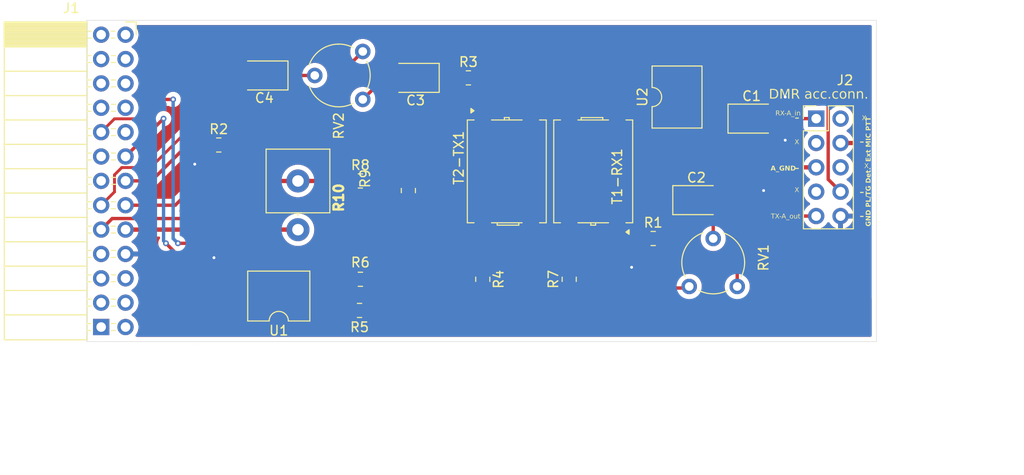
<source format=kicad_pcb>
(kicad_pcb (version 20241229) (generator "pcbnew") (generator_version "9.0")
  (title_block (title "DMR Mobile Radio to Tetra MTM5400 GW-Interface") (date "2026-01-31") (rev "V 2.0 SMD"))
  (layers (0 "F.Cu" signal) (2 "B.Cu" signal) (13 "F.Paste" user) (15 "B.Paste" user) (5 "F.SilkS" user "F.Silkscreen") (7 "B.SilkS" user "B.Silkscreen") (1 "F.Mask" user) (3 "B.Mask" user) (25 "Edge.Cuts" user))
  (net 0 "")
  (net 1 "Net-(J1-Pin_9)")
  (net 2 "Net-(J1-Pin_10)")
  (net 3 "Net-(C1-Pad1)")
  (net 4 "Net-(J2-Pin_1)")
  (net 5 "Net-(C2-Pad1)")
  (net 6 "Net-(C2-Pad2)")
  (net 7 "Net-(C3-Pad2)")
  (net 8 "Net-(C3-Pad1)")
  (net 9 "Net-(C4-Pad1)")
  (net 10 "Net-(J1-TX_Audio)")
  (net 15 "GNDA")
  (net 24 "GND")
  (net 29 "Net-(J1-GND_MIC)")
  (net 30 "Net-(J1-RX_Audio)")
  (net 33 "Net-(J1-PTT)")
  (net 36 "Net-(J2-Pin_4)")
  (net 38 "GNDS")
  (net 40 "Net-(J2-Pin_9)")
  (net 41 "Net-(J2-Pin_8)")
  (net 42 "Net-(R1-Pad1)")
  (net 43 "Net-(R2-Pad2)")
  (net 44 "Net-(R3-Pad2)")
  (net 45 "Net-(R4-Pad1)")
  (net 46 "Net-(R5-Pad1)")
  (net 47 "Net-(R7-Pad1)")
  (net 48 "Net-(R8-Pad2)")
  (footprint "Potentiometer_THT:Potentiometer_Piher_PT-6-V_Vertical" (layer "F.Cu") (at 97.25 82.5 180)
    (property "Reference" "RV2" (at 2.5 -7.75 90) (layer "F.SilkS"))
    (property "Value" "10K" (hide yes))
    (fp_arc (start 5.591846 -1.435392) (mid 4.398899 0.162158) (end 2.5 0.77) (stroke (width 0.12)) (layer "F.SilkS"))
    (fp_arc (start 2.556863 0.770075) (mid 1.764071 0.686696) (end 1.015 0.414) (stroke (width 0.12)) (layer "F.SilkS"))
    (fp_arc (start 1.016032 -5.413829) (mid 3.725524 -5.531609) (end 5.592 -3.564) (stroke (width 0.12)) (layer "F.SilkS"))
    (fp_arc (start -0.413387 -1.014798) (mid -0.770114 -2.499325) (end -0.414 -3.984) (stroke (width 0.12)) (layer "F.SilkS"))
    (pad "1" thru_hole circle (at 0 0 180) (size 1.62 1.62) (drill 0.9) (layers "*.Cu" "*.Mask") (net 15 "GNDA"))
    (pad "2" thru_hole circle (at 5 -2.5 180) (size 1.62 1.62) (drill 0.9) (layers "*.Cu" "*.Mask") (net 9 "Net-(C4-Pad1)"))
    (pad "3" thru_hole circle (at 0 -5 180) (size 1.62 1.62) (drill 0.9) (layers "*.Cu" "*.Mask") (net 7 "Net-(C3-Pad2)"))
  )
  (footprint "Capacitor_Tantalum_SMD:CP_EIA-3528-12_Kemet-T" (layer "F.Cu") (at 87 85 180)
    (property "Reference" "C4" (at 0 -2.35 180) (layer "F.SilkS"))
    (property "Value" "4u7/16V" (hide yes))
    (fp_line (start 1.75 -1.51) (end -2.46 -1.51) (stroke (width 0.12)) (layer "F.SilkS"))
    (fp_line (start -2.46 1.51) (end 1.75 1.51) (stroke (width 0.12)) (layer "F.SilkS"))
    (fp_line (start -2.46 -1.51) (end -2.46 1.51) (stroke (width 0.12)) (layer "F.SilkS"))
    (pad "1" smd roundrect (at -1.5375 0 180) (size 1.325 2.35) (layers "F.Cu" "F.Mask" "F.Paste") (roundrect_rratio 0.188679) (net 9 "Net-(C4-Pad1)"))
    (pad "2" smd roundrect (at 1.5375 0 180) (size 1.325 2.35) (layers "F.Cu" "F.Mask" "F.Paste") (roundrect_rratio 0.188679) (net 10 "Net-(J1-TX_Audio)"))
  )
  (footprint "Resistor_SMD:R_0805_2012Metric" (layer "F.Cu") (at 109.75 106.25 -90)
    (property "Reference" "R4" (at 0 -1.65 90) (layer "F.SilkS"))
    (property "Value" "68R" (hide yes))
    (fp_line (start -0.227064 0.735) (end 0.227064 0.735) (stroke (width 0.12)) (layer "F.SilkS"))
    (fp_line (start -0.227064 -0.735) (end 0.227064 -0.735) (stroke (width 0.12)) (layer "F.SilkS"))
    (pad "1" smd roundrect (at -0.9125 0 270) (size 1.025 1.4) (layers "F.Cu" "F.Mask" "F.Paste") (roundrect_rratio 0.243902) (net 45 "Net-(R4-Pad1)"))
    (pad "2" smd roundrect (at 0.9125 0 270) (size 1.025 1.4) (layers "F.Cu" "F.Mask" "F.Paste") (roundrect_rratio 0.243902) (net 40 "Net-(J2-Pin_9)"))
  )
  (footprint "Connector_PinSocket_2.54mm:MTM5400_1" (layer "F.Cu") (at 72.54 80.75)
    (property "Reference" "J1" (at -5.65 -2.77 0) (layer "F.SilkS"))
    (property "Value" "MTM5400 acc.con.")
    (fp_line (start -12.63 -1.33) (end -12.63 31.81) (stroke (width 0.12)) (layer "F.SilkS"))
    (fp_line (start -12.63 -1.33) (end -4 -1.33) (stroke (width 0.12)) (layer "F.SilkS"))
    (fp_line (start -12.63 -1.21) (end -4 -1.21) (stroke (width 0.12)) (layer "F.SilkS"))
    (fp_line (start -12.63 -1.091905) (end -4 -1.091905) (stroke (width 0.12)) (layer "F.SilkS"))
    (fp_line (start -12.63 -0.97381) (end -4 -0.97381) (stroke (width 0.12)) (layer "F.SilkS"))
    (fp_line (start -12.63 -0.855715) (end -4 -0.855715) (stroke (width 0.12)) (layer "F.SilkS"))
    (fp_line (start -12.63 -0.73762) (end -4 -0.73762) (stroke (width 0.12)) (layer "F.SilkS"))
    (fp_line (start -12.63 -0.619525) (end -4 -0.619525) (stroke (width 0.12)) (layer "F.SilkS"))
    (fp_line (start -12.63 -0.50143) (end -4 -0.50143) (stroke (width 0.12)) (layer "F.SilkS"))
    (fp_line (start -12.63 -0.383335) (end -4 -0.383335) (stroke (width 0.12)) (layer "F.SilkS"))
    (fp_line (start -12.63 -0.26524) (end -4 -0.26524) (stroke (width 0.12)) (layer "F.SilkS"))
    (fp_line (start -12.63 -0.147145) (end -4 -0.147145) (stroke (width 0.12)) (layer "F.SilkS"))
    (fp_line (start -12.63 -0.02905) (end -4 -0.02905) (stroke (width 0.12)) (layer "F.SilkS"))
    (fp_line (start -12.63 0.089045) (end -4 0.089045) (stroke (width 0.12)) (layer "F.SilkS"))
    (fp_line (start -12.63 0.20714) (end -4 0.20714) (stroke (width 0.12)) (layer "F.SilkS"))
    (fp_line (start -12.63 0.325235) (end -4 0.325235) (stroke (width 0.12)) (layer "F.SilkS"))
    (fp_line (start -12.63 0.44333) (end -4 0.44333) (stroke (width 0.12)) (layer "F.SilkS"))
    (fp_line (start -12.63 0.561425) (end -4 0.561425) (stroke (width 0.12)) (layer "F.SilkS"))
    (fp_line (start -12.63 0.67952) (end -4 0.67952) (stroke (width 0.12)) (layer "F.SilkS"))
    (fp_line (start -12.63 0.797615) (end -4 0.797615) (stroke (width 0.12)) (layer "F.SilkS"))
    (fp_line (start -12.63 0.91571) (end -4 0.91571) (stroke (width 0.12)) (layer "F.SilkS"))
    (fp_line (start -12.63 1.033805) (end -4 1.033805) (stroke (width 0.12)) (layer "F.SilkS"))
    (fp_line (start -12.63 1.1519) (end -4 1.1519) (stroke (width 0.12)) (layer "F.SilkS"))
    (fp_line (start -12.63 1.27) (end -4 1.27) (stroke (width 0.12)) (layer "F.SilkS"))
    (fp_line (start -12.63 3.81) (end -4 3.81) (stroke (width 0.12)) (layer "F.SilkS"))
    (fp_line (start -12.63 6.35) (end -4 6.35) (stroke (width 0.12)) (layer "F.SilkS"))
    (fp_line (start -12.63 8.89) (end -4 8.89) (stroke (width 0.12)) (layer "F.SilkS"))
    (fp_line (start -12.63 11.43) (end -4 11.43) (stroke (width 0.12)) (layer "F.SilkS"))
    (fp_line (start -12.63 13.97) (end -4 13.97) (stroke (width 0.12)) (layer "F.SilkS"))
    (fp_line (start -12.63 16.51) (end -4 16.51) (stroke (width 0.12)) (layer "F.SilkS"))
    (fp_line (start -12.63 19.05) (end -4 19.05) (stroke (width 0.12)) (layer "F.SilkS"))
    (fp_line (start -12.63 21.59) (end -4 21.59) (stroke (width 0.12)) (layer "F.SilkS"))
    (fp_line (start -12.63 24.13) (end -4 24.13) (stroke (width 0.12)) (layer "F.SilkS"))
    (fp_line (start -12.63 26.67) (end -4 26.67) (stroke (width 0.12)) (layer "F.SilkS"))
    (fp_line (start -12.63 29.21) (end -4 29.21) (stroke (width 0.12)) (layer "F.SilkS"))
    (fp_line (start -12.63 31.81) (end -4 31.81) (stroke (width 0.12)) (layer "F.SilkS"))
    (fp_line (start -4 -1.33) (end -4 31.81) (stroke (width 0.12)) (layer "F.SilkS"))
    (fp_line (start -4 -0.36) (end -3.59 -0.36) (stroke (width 0.12)) (layer "F.SilkS"))
    (fp_line (start -4 0.36) (end -3.59 0.36) (stroke (width 0.12)) (layer "F.SilkS"))
    (fp_line (start -4 2.18) (end -3.59 2.18) (stroke (width 0.12)) (layer "F.SilkS"))
    (fp_line (start -4 2.9) (end -3.59 2.9) (stroke (width 0.12)) (layer "F.SilkS"))
    (fp_line (start -4 4.72) (end -3.59 4.72) (stroke (width 0.12)) (layer "F.SilkS"))
    (fp_line (start -4 5.44) (end -3.59 5.44) (stroke (width 0.12)) (layer "F.SilkS"))
    (fp_line (start -4 7.26) (end -3.59 7.26) (stroke (width 0.12)) (layer "F.SilkS"))
    (fp_line (start -4 7.98) (end -3.59 7.98) (stroke (width 0.12)) (layer "F.SilkS"))
    (fp_line (start -4 9.8) (end -3.59 9.8) (stroke (width 0.12)) (layer "F.SilkS"))
    (fp_line (start -4 10.52) (end -3.59 10.52) (stroke (width 0.12)) (layer "F.SilkS"))
    (fp_line (start -4 12.34) (end -3.59 12.34) (stroke (width 0.12)) (layer "F.SilkS"))
    (fp_line (start -4 13.06) (end -3.59 13.06) (stroke (width 0.12)) (layer "F.SilkS"))
    (fp_line (start -4 14.88) (end -3.59 14.88) (stroke (width 0.12)) (layer "F.SilkS"))
    (fp_line (start -4 15.6) (end -3.59 15.6) (stroke (width 0.12)) (layer "F.SilkS"))
    (fp_line (start -4 17.42) (end -3.59 17.42) (stroke (width 0.12)) (layer "F.SilkS"))
    (fp_line (start -4 18.14) (end -3.59 18.14) (stroke (width 0.12)) (layer "F.SilkS"))
    (fp_line (start -4 19.96) (end -3.59 19.96) (stroke (width 0.12)) (layer "F.SilkS"))
    (fp_line (start -4 20.68) (end -3.59 20.68) (stroke (width 0.12)) (layer "F.SilkS"))
    (fp_line (start -4 22.5) (end -3.59 22.5) (stroke (width 0.12)) (layer "F.SilkS"))
    (fp_line (start -4 23.22) (end -3.59 23.22) (stroke (width 0.12)) (layer "F.SilkS"))
    (fp_line (start -4 25.04) (end -3.59 25.04) (stroke (width 0.12)) (layer "F.SilkS"))
    (fp_line (start -4 25.76) (end -3.59 25.76) (stroke (width 0.12)) (layer "F.SilkS"))
    (fp_line (start -4 27.58) (end -3.59 27.58) (stroke (width 0.12)) (layer "F.SilkS"))
    (fp_line (start -4 28.3) (end -3.59 28.3) (stroke (width 0.12)) (layer "F.SilkS"))
    (fp_line (start -4 30.12) (end -3.59 30.12) (stroke (width 0.12)) (layer "F.SilkS"))
    (fp_line (start -4 30.84) (end -3.59 30.84) (stroke (width 0.12)) (layer "F.SilkS"))
    (fp_line (start -1.49 -0.36) (end -1.11 -0.36) (stroke (width 0.12)) (layer "F.SilkS"))
    (fp_line (start -1.49 0.36) (end -1.11 0.36) (stroke (width 0.12)) (layer "F.SilkS"))
    (fp_line (start -1.49 2.18) (end -1.05 2.18) (stroke (width 0.12)) (layer "F.SilkS"))
    (fp_line (start -1.49 2.9) (end -1.05 2.9) (stroke (width 0.12)) (layer "F.SilkS"))
    (fp_line (start -1.49 4.72) (end -1.05 4.72) (stroke (width 0.12)) (layer "F.SilkS"))
    (fp_line (start -1.49 5.44) (end -1.05 5.44) (stroke (width 0.12)) (layer "F.SilkS"))
    (fp_line (start -1.49 7.26) (end -1.05 7.26) (stroke (width 0.12)) (layer "F.SilkS"))
    (fp_line (start -1.49 7.98) (end -1.05 7.98) (stroke (width 0.12)) (layer "F.SilkS"))
    (fp_line (start -1.49 9.8) (end -1.05 9.8) (stroke (width 0.12)) (layer "F.SilkS"))
    (fp_line (start -1.49 10.52) (end -1.05 10.52) (stroke (width 0.12)) (layer "F.SilkS"))
    (fp_line (start -1.49 12.34) (end -1.05 12.34) (stroke (width 0.12)) (layer "F.SilkS"))
    (fp_line (start -1.49 13.06) (end -1.05 13.06) (stroke (width 0.12)) (layer "F.SilkS"))
    (fp_line (start -1.49 14.88) (end -1.05 14.88) (stroke (width 0.12)) (layer "F.SilkS"))
    (fp_line (start -1.49 15.6) (end -1.05 15.6) (stroke (width 0.12)) (layer "F.SilkS"))
    (fp_line (start -1.49 17.42) (end -1.05 17.42) (stroke (width 0.12)) (layer "F.SilkS"))
    (fp_line (start -1.49 18.14) (end -1.05 18.14) (stroke (width 0.12)) (layer "F.SilkS"))
    (fp_line (start -1.49 19.96) (end -1.05 19.96) (stroke (width 0.12)) (layer "F.SilkS"))
    (fp_line (start -1.49 20.68) (end -1.05 20.68) (stroke (width 0.12)) (layer "F.SilkS"))
    (fp_line (start -1.49 22.5) (end -1.05 22.5) (stroke (width 0.12)) (layer "F.SilkS"))
    (fp_line (start -1.49 23.22) (end -1.05 23.22) (stroke (width 0.12)) (layer "F.SilkS"))
    (fp_line (start -1.49 25.04) (end -1.05 25.04) (stroke (width 0.12)) (layer "F.SilkS"))
    (fp_line (start -1.49 25.76) (end -1.05 25.76) (stroke (width 0.12)) (layer "F.SilkS"))
    (fp_line (start -1.49 27.58) (end -1.05 27.58) (stroke (width 0.12)) (layer "F.SilkS"))
    (fp_line (start -1.49 28.3) (end -1.05 28.3) (stroke (width 0.12)) (layer "F.SilkS"))
    (fp_line (start -1.49 30.12) (end -1.05 30.12) (stroke (width 0.12)) (layer "F.SilkS"))
    (fp_line (start -1.49 30.84) (end -1.05 30.84) (stroke (width 0.12)) (layer "F.SilkS"))
    (fp_line (start 0 -1.33) (end 1.11 -1.33) (stroke (width 0.12)) (layer "F.SilkS"))
    (fp_line (start 1.11 -1.33) (end 1.11 0) (stroke (width 0.12)) (layer "F.SilkS"))
    (pad "1" thru_hole rect (at -2.54 30.48) (size 1.7 1.7) (drill 1) (layers "*.Cu" "*.Mask"))
    (pad "2" thru_hole oval (at 0 30.48) (size 1.7 1.7) (drill 1) (layers "*.Cu" "*.Mask"))
    (pad "3" thru_hole oval (at -2.54 27.94) (size 1.7 1.7) (drill 1) (layers "*.Cu" "*.Mask"))
    (pad "4" thru_hole oval (at 0 27.94) (size 1.7 1.7) (drill 1) (layers "*.Cu" "*.Mask"))
    (pad "5" thru_hole oval (at -2.54 25.4) (size 1.7 1.7) (drill 1) (layers "*.Cu" "*.Mask"))
    (pad "6" thru_hole oval (at 0 25.4) (size 1.7 1.7) (drill 1) (layers "*.Cu" "*.Mask"))
    (pad "7" thru_hole oval (at -2.54 22.86) (size 1.7 1.7) (drill 1) (layers "*.Cu" "*.Mask"))
    (pad "8" thru_hole oval (at 0 22.86) (size 1.7 1.7) (drill 1) (layers "*.Cu" "*.Mask") (net 24 "GND"))
    (pad "9" thru_hole oval (at -2.54 20.32) (size 1.7 1.7) (drill 1) (layers "*.Cu" "*.Mask") (net 1 "Net-(J1-Pin_9)"))
    (pad "10" thru_hole oval (at 0 20.32) (size 1.7 1.7) (drill 1) (layers "*.Cu" "*.Mask") (net 2 "Net-(J1-Pin_10)"))
    (pad "11" thru_hole oval (at -2.54 17.78) (size 1.7 1.7) (drill 1) (layers "*.Cu" "*.Mask") (net 10 "Net-(J1-TX_Audio)"))
    (pad "12" thru_hole oval (at 0 17.78) (size 1.7 1.7) (drill 1) (layers "*.Cu" "*.Mask") (net 15 "GNDA"))
    (pad "13" thru_hole oval (at -2.54 15.24) (size 1.7 1.7) (drill 1) (layers "*.Cu" "*.Mask"))
    (pad "14" thru_hole oval (at 0 15.24) (size 1.7 1.7) (drill 1) (layers "*.Cu" "*.Mask") (net 30 "Net-(J1-RX_Audio)"))
    (pad "15" thru_hole oval (at -2.54 12.7) (size 1.7 1.7) (drill 1) (layers "*.Cu" "*.Mask"))
    (pad "16" thru_hole oval (at 0 12.7) (size 1.7 1.7) (drill 1) (layers "*.Cu" "*.Mask") (net 29 "Net-(J1-GND_MIC)"))
    (pad "17" thru_hole oval (at -2.54 10.16) (size 1.7 1.7) (drill 1) (layers "*.Cu" "*.Mask") (net 33 "Net-(J1-PTT)"))
    (pad "18" thru_hole oval (at 0 10.16) (size 1.7 1.7) (drill 1) (layers "*.Cu" "*.Mask"))
    (pad "19" thru_hole oval (at -2.54 7.62) (size 1.7 1.7) (drill 1) (layers "*.Cu" "*.Mask"))
    (pad "20" thru_hole oval (at 0 7.62) (size 1.7 1.7) (drill 1) (layers "*.Cu" "*.Mask"))
    (pad "21" thru_hole oval (at -2.54 5.08) (size 1.7 1.7) (drill 1) (layers "*.Cu" "*.Mask"))
    (pad "22" thru_hole oval (at 0 5.08) (size 1.7 1.7) (drill 1) (layers "*.Cu" "*.Mask"))
    (pad "23" thru_hole oval (at -2.54 2.54) (size 1.7 1.7) (drill 1) (layers "*.Cu" "*.Mask"))
    (pad "24" thru_hole oval (at 0 2.54) (size 1.7 1.7) (drill 1) (layers "*.Cu" "*.Mask"))
    (pad "25" thru_hole oval (at -2.54 0) (size 1.7 1.7) (drill 1) (layers "*.Cu" "*.Mask"))
    (pad "26" thru_hole oval (at 0 0) (size 1.7 1.7) (drill 1) (layers "*.Cu" "*.Mask"))
  )
  (footprint "Capacitor_Tantalum_SMD:CP_EIA-3528-12_Kemet-T" (layer "F.Cu") (at 137.75 89.5)
    (property "Reference" "C1" (at 0 -2.35 0) (layer "F.SilkS"))
    (property "Value" "4u7/16V" (hide yes))
    (fp_line (start -2.46 -1.51) (end -2.46 1.51) (stroke (width 0.12)) (layer "F.SilkS"))
    (fp_line (start -2.46 1.51) (end 1.75 1.51) (stroke (width 0.12)) (layer "F.SilkS"))
    (fp_line (start 1.75 -1.51) (end -2.46 -1.51) (stroke (width 0.12)) (layer "F.SilkS"))
    (pad "1" smd roundrect (at -1.5375 0) (size 1.325 2.35) (layers "F.Cu" "F.Mask" "F.Paste") (roundrect_rratio 0.188679) (net 3 "Net-(C1-Pad1)"))
    (pad "2" smd roundrect (at 1.5375 0) (size 1.325 2.35) (layers "F.Cu" "F.Mask" "F.Paste") (roundrect_rratio 0.188679) (net 4 "Net-(J2-Pin_1)"))
  )
  (footprint "Resistor_SMD:R_0805_2012Metric" (layer "F.Cu") (at 102 97 90)
    (property "Reference" "R9" (at 1.25 -4.5 90) (layer "F.SilkS"))
    (property "Value" "10K" (hide yes))
    (fp_line (start -0.227064 -0.735) (end 0.227064 -0.735) (stroke (width 0.12)) (layer "F.SilkS"))
    (fp_line (start -0.227064 0.735) (end 0.227064 0.735) (stroke (width 0.12)) (layer "F.SilkS"))
    (pad "1" smd roundrect (at -0.9125 0 90) (size 1.025 1.4) (layers "F.Cu" "F.Mask" "F.Paste") (roundrect_rratio 0.243902) (net 24 "GND"))
    (pad "2" smd roundrect (at 0.9125 0 90) (size 1.025 1.4) (layers "F.Cu" "F.Mask" "F.Paste") (roundrect_rratio 0.243902) (net 48 "Net-(R8-Pad2)"))
  )
  (footprint "Package_DIP:SMDIP-4_W9.53mm" (layer "F.Cu") (at 129.98 87.25 90)
    (property "Reference" "U2" (at 0 -3.6 90) (layer "F.SilkS"))
    (property "Value" "LTV-817S" (hide yes))
    (fp_line (start 3.235 -2.6) (end 1 -2.6) (stroke (width 0.12)) (layer "F.SilkS"))
    (fp_line (start -1 -2.6) (end -3.235 -2.6) (stroke (width 0.12)) (layer "F.SilkS"))
    (fp_line (start -3.235 -2.6) (end -3.235 2.6) (stroke (width 0.12)) (layer "F.SilkS"))
    (fp_line (start 3.235 2.6) (end 3.235 -2.6) (stroke (width 0.12)) (layer "F.SilkS"))
    (fp_line (start -3.235 2.6) (end 3.235 2.6) (stroke (width 0.12)) (layer "F.SilkS"))
    (fp_arc (start 1 -2.6) (mid 0 -1.6) (end -1 -2.6) (stroke (width 0.12)) (layer "F.SilkS"))
    (pad "1" smd roundrect (at -4.765 -1.27 90) (size 2 1.78) (layers "F.Cu" "F.Mask" "F.Paste") (roundrect_rratio 0.140449) (net 48 "Net-(R8-Pad2)"))
    (pad "2" smd roundrect (at -4.765 1.27 90) (size 2 1.78) (layers "F.Cu" "F.Mask" "F.Paste") (roundrect_rratio 0.140449) (net 24 "GND"))
    (pad "3" smd roundrect (at 4.765 1.27 90) (size 2 1.78) (layers "F.Cu" "F.Mask" "F.Paste") (roundrect_rratio 0.140449) (net 24 "GND"))
    (pad "4" smd roundrect (at 4.765 -1.27 90) (size 2 1.78) (layers "F.Cu" "F.Mask" "F.Paste") (roundrect_rratio 0.140449) (net 41 "Net-(J2-Pin_8)"))
  )
  (footprint "Resistor_SMD:R_0805_2012Metric" (layer "F.Cu") (at 96.9125 109.5)
    (property "Reference" "R5" (at 0 1.75 0) (layer "F.SilkS"))
    (property "Value" "330R" (hide yes))
    (fp_line (start -0.227064 -0.735) (end 0.227064 -0.735) (stroke (width 0.12)) (layer "F.SilkS"))
    (fp_line (start -0.227064 0.735) (end 0.227064 0.735) (stroke (width 0.12)) (layer "F.SilkS"))
    (pad "1" smd roundrect (at -0.9125 0) (size 1.025 1.4) (layers "F.Cu" "F.Mask" "F.Paste") (roundrect_rratio 0.243902) (net 46 "Net-(R5-Pad1)"))
    (pad "2" smd roundrect (at 0.9125 0) (size 1.025 1.4) (layers "F.Cu" "F.Mask" "F.Paste") (roundrect_rratio 0.243902) (net 36 "Net-(J2-Pin_4)"))
  )
  (footprint "Resistor_THT:R_Axial_Power_L20.0mm_W6.4mm_P5.08mm_Vertical" (layer "F.Cu") (at 90.5 96 -90)
    (property "Reference" "4R7/5W1" (hide yes))
    (property "Value" "R10" (at 1.75 -4.25 90) (layer "F.SilkS") (effects (font (thickness 0.25) (bold yes))))
    (fp_line (start -3.32 3.32) (end 3.32 3.32) (stroke (width 0.12)) (layer "F.SilkS"))
    (fp_line (start 3.32 3.32) (end 3.32 -3.32) (stroke (width 0.12)) (layer "F.SilkS"))
    (fp_line (start 3.32 0) (end 3.58 0) (stroke (width 0.12)) (layer "F.SilkS"))
    (fp_line (start -3.32 -3.32) (end -3.32 3.32) (stroke (width 0.12)) (layer "F.SilkS"))
    (fp_line (start 3.32 -3.32) (end -3.32 -3.32) (stroke (width 0.12)) (layer "F.SilkS"))
    (pad "1" thru_hole circle (at 0 0 270) (size 2.4 2.4) (drill 1.2) (layers "*.Cu" "*.Mask") (net 1 "Net-(J1-Pin_9)"))
    (pad "2" thru_hole oval (at 5.08 0 270) (size 2.4 2.4) (drill 1.2) (layers "*.Cu" "*.Mask") (net 2 "Net-(J1-Pin_10)"))
  )
  (footprint "Resistor_SMD:R_0805_2012Metric" (layer "F.Cu") (at 118.75 106.25 90)
    (property "Reference" "R7" (at 0 -1.65 90) (layer "F.SilkS"))
    (property "Value" "100R" (hide yes))
    (fp_line (start -0.227064 -0.735) (end 0.227064 -0.735) (stroke (width 0.12)) (layer "F.SilkS"))
    (fp_line (start -0.227064 0.735) (end 0.227064 0.735) (stroke (width 0.12)) (layer "F.SilkS"))
    (pad "1" smd roundrect (at -0.9125 0 90) (size 1.025 1.4) (layers "F.Cu" "F.Mask" "F.Paste") (roundrect_rratio 0.243902) (net 47 "Net-(R7-Pad1)"))
    (pad "2" smd roundrect (at 0.9125 0 90) (size 1.025 1.4) (layers "F.Cu" "F.Mask" "F.Paste") (roundrect_rratio 0.243902) (net 38 "GNDS"))
  )
  (footprint "Capacitor_Tantalum_SMD:CP_EIA-3528-12_Kemet-T" (layer "F.Cu") (at 132 98)
    (property "Reference" "C2" (at 0 -2.35 0) (layer "F.SilkS"))
    (property "Value" "4u7/16V" (hide yes))
    (fp_line (start -2.46 -1.51) (end -2.46 1.51) (stroke (width 0.12)) (layer "F.SilkS"))
    (fp_line (start -2.46 1.51) (end 1.75 1.51) (stroke (width 0.12)) (layer "F.SilkS"))
    (fp_line (start 1.75 -1.51) (end -2.46 -1.51) (stroke (width 0.12)) (layer "F.SilkS"))
    (pad "1" smd roundrect (at -1.5375 0) (size 1.325 2.35) (layers "F.Cu" "F.Mask" "F.Paste") (roundrect_rratio 0.188679) (net 5 "Net-(C2-Pad1)"))
    (pad "2" smd roundrect (at 1.5375 0) (size 1.325 2.35) (layers "F.Cu" "F.Mask" "F.Paste") (roundrect_rratio 0.188679) (net 6 "Net-(C2-Pad2)"))
  )
  (footprint "Transformer_SMD:Transformer_ED8_4-Lead_10.5x8mm_P5mm" (layer "F.Cu") (at 121.25 95 180)
    (property "Reference" "T1-RX1" (at -2.5 2.5 90) (layer "F.SilkS") (effects (justify right)))
    (property "Value" "600ohm 1:1" (hide yes))
    (fp_line (start 4.11 5.36) (end 4.11 -5.36) (stroke (width 0.12)) (layer "F.SilkS"))
    (fp_line (start 4.11 -5.36) (end 3.41 -5.36) (stroke (width 0.12)) (layer "F.SilkS"))
    (fp_line (start 3.41 5.36) (end 4.11 5.36) (stroke (width 0.12)) (layer "F.SilkS"))
    (fp_line (start 1.59 5.36) (end -1.59 5.36) (stroke (width 0.12)) (layer "F.SilkS"))
    (fp_line (start 1.59 -5.36) (end -1.59 -5.36) (stroke (width 0.12)) (layer "F.SilkS"))
    (fp_line (start 1.25 5.61) (end -1 5.61) (stroke (width 0.12)) (layer "F.SilkS"))
    (fp_line (start 1.25 5.36) (end 1.25 5.61) (stroke (width 0.12)) (layer "F.SilkS"))
    (fp_line (start 0.25 -5.36) (end 0.25 -5.61) (stroke (width 0.12)) (layer "F.SilkS"))
    (fp_line (start 0.25 -5.61) (end -0.25 -5.61) (stroke (width 0.12)) (layer "F.SilkS"))
    (fp_line (start -0.25 -5.61) (end -0.25 -5.36) (stroke (width 0.12)) (layer "F.SilkS"))
    (fp_line (start -1 5.61) (end -1 5.36) (stroke (width 0.12)) (layer "F.SilkS"))
    (fp_line (start -3.41 5.36) (end -4.11 5.36) (stroke (width 0.12)) (layer "F.SilkS"))
    (fp_line (start -4.11 5.36) (end -4.11 -5.36) (stroke (width 0.12)) (layer "F.SilkS"))
    (fp_line (start -4.11 -5.36) (end -3.41 -5.36) (stroke (width 0.12)) (layer "F.SilkS"))
    (fp_poly (pts (xy -3.41 -6.3246) (xy -3.74 -6.0846) (xy -3.74 -6.5646) (xy -3.41 -6.3246)) (stroke (width 0.12)) (fill yes) (layer "F.SilkS"))
    (pad "1" smd roundrect (at -2.5 -6.325) (size 1.25 2.55) (layers "F.Cu" "F.Mask" "F.Paste") (net 42 "Net-(R1-Pad1)"))
    (pad "2" smd roundrect (at 2.5 -6.325) (size 1.25 2.55) (layers "F.Cu" "F.Mask" "F.Paste") (net 38 "GNDS"))
    (pad "3" smd roundrect (at 2.5 6.325) (size 1.25 2.55) (layers "F.Cu" "F.Mask" "F.Paste") (net 15 "GNDA"))
    (pad "4" smd roundrect (at -2.5 6.325) (size 1.25 2.55) (layers "F.Cu" "F.Mask" "F.Paste") (net 43 "Net-(R2-Pad2)"))
  )
  (footprint "Resistor_SMD:R_0805_2012Metric" (layer "F.Cu") (at 97 96)
    (property "Reference" "R8" (at 0 -1.65 0) (layer "F.SilkS"))
    (property "Value" "330R" (hide yes))
    (fp_line (start -0.227064 -0.735) (end 0.227064 -0.735) (stroke (width 0.12)) (layer "F.SilkS"))
    (fp_line (start -0.227064 0.735) (end 0.227064 0.735) (stroke (width 0.12)) (layer "F.SilkS"))
    (pad "1" smd roundrect (at -0.9125 0) (size 1.025 1.4) (layers "F.Cu" "F.Mask" "F.Paste") (roundrect_rratio 0.243902) (net 1 "Net-(J1-Pin_9)"))
    (pad "2" smd roundrect (at 0.9125 0) (size 1.025 1.4) (layers "F.Cu" "F.Mask" "F.Paste") (roundrect_rratio 0.243902) (net 48 "Net-(R8-Pad2)"))
  )
  (footprint "Transformer_SMD:Transformer_ED8_4-Lead_10.5x8mm_P5mm" (layer "F.Cu") (at 112.25 95)
    (property "Reference" "T2-TX1" (at -5 1.5 90) (layer "F.SilkS") (effects (justify left)))
    (property "Value" "600ohm 1:1" (hide yes))
    (fp_line (start -4.11 -5.36) (end -3.41 -5.36) (stroke (width 0.12)) (layer "F.SilkS"))
    (fp_line (start -4.11 5.36) (end -4.11 -5.36) (stroke (width 0.12)) (layer "F.SilkS"))
    (fp_line (start -3.41 5.36) (end -4.11 5.36) (stroke (width 0.12)) (layer "F.SilkS"))
    (fp_line (start -1 5.61) (end -1 5.36) (stroke (width 0.12)) (layer "F.SilkS"))
    (fp_line (start -0.25 -5.61) (end -0.25 -5.36) (stroke (width 0.12)) (layer "F.SilkS"))
    (fp_line (start 0.25 -5.61) (end -0.25 -5.61) (stroke (width 0.12)) (layer "F.SilkS"))
    (fp_line (start 0.25 -5.36) (end 0.25 -5.61) (stroke (width 0.12)) (layer "F.SilkS"))
    (fp_line (start 1.25 5.36) (end 1.25 5.61) (stroke (width 0.12)) (layer "F.SilkS"))
    (fp_line (start 1.25 5.61) (end -1 5.61) (stroke (width 0.12)) (layer "F.SilkS"))
    (fp_line (start 1.59 -5.36) (end -1.59 -5.36) (stroke (width 0.12)) (layer "F.SilkS"))
    (fp_line (start 1.59 5.36) (end -1.59 5.36) (stroke (width 0.12)) (layer "F.SilkS"))
    (fp_line (start 3.41 5.36) (end 4.11 5.36) (stroke (width 0.12)) (layer "F.SilkS"))
    (fp_line (start 4.11 -5.36) (end 3.41 -5.36) (stroke (width 0.12)) (layer "F.SilkS"))
    (fp_line (start 4.11 5.36) (end 4.11 -5.36) (stroke (width 0.12)) (layer "F.SilkS"))
    (fp_poly (pts (xy -3.41 -6.3246) (xy -3.74 -6.0846) (xy -3.74 -6.5646) (xy -3.41 -6.3246)) (stroke (width 0.12)) (fill yes) (layer "F.SilkS"))
    (pad "1" smd roundrect (at -2.5 -6.325 180) (size 1.25 2.55) (layers "F.Cu" "F.Mask" "F.Paste") (net 44 "Net-(R3-Pad2)"))
    (pad "2" smd roundrect (at 2.5 -6.325 180) (size 1.25 2.55) (layers "F.Cu" "F.Mask" "F.Paste") (net 15 "GNDA"))
    (pad "3" smd roundrect (at 2.5 6.325 180) (size 1.25 2.55) (layers "F.Cu" "F.Mask" "F.Paste") (net 38 "GNDS"))
    (pad "4" smd roundrect (at -2.5 6.325 180) (size 1.25 2.55) (layers "F.Cu" "F.Mask" "F.Paste") (net 45 "Net-(R4-Pad1)"))
  )
  (footprint "Resistor_SMD:R_0805_2012Metric" (layer "F.Cu") (at 127.5 102)
    (property "Reference" "R1" (at 0 -1.65 0) (layer "F.SilkS"))
    (property "Value" "68R" (hide yes))
    (fp_line (start -0.227064 -0.735) (end 0.227064 -0.735) (stroke (width 0.12)) (layer "F.SilkS"))
    (fp_line (start -0.227064 0.735) (end 0.227064 0.735) (stroke (width 0.12)) (layer "F.SilkS"))
    (pad "1" smd roundrect (at -0.9125 0) (size 1.025 1.4) (layers "F.Cu" "F.Mask" "F.Paste") (roundrect_rratio 0.243902) (net 42 "Net-(R1-Pad1)"))
    (pad "2" smd roundrect (at 0.9125 0) (size 1.025 1.4) (layers "F.Cu" "F.Mask" "F.Paste") (roundrect_rratio 0.243902) (net 5 "Net-(C2-Pad1)"))
  )
  (footprint "Package_DIP:SMDIP-4_W9.53mm" (layer "F.Cu") (at 88.5 108 180)
    (property "Reference" "U1" (at 0 -3.6 0) (layer "F.SilkS"))
    (property "Value" "LTV-817S" (hide yes))
    (fp_line (start 3.235 2.6) (end 3.235 -2.6) (stroke (width 0.12)) (layer "F.SilkS"))
    (fp_line (start 3.235 -2.6) (end 1 -2.6) (stroke (width 0.12)) (layer "F.SilkS"))
    (fp_line (start -1 -2.6) (end -3.235 -2.6) (stroke (width 0.12)) (layer "F.SilkS"))
    (fp_line (start -3.235 2.6) (end 3.235 2.6) (stroke (width 0.12)) (layer "F.SilkS"))
    (fp_line (start -3.235 -2.6) (end -3.235 2.6) (stroke (width 0.12)) (layer "F.SilkS"))
    (fp_arc (start 1 -2.6) (mid 0 -1.6) (end -1 -2.6) (stroke (width 0.12)) (layer "F.SilkS"))
    (pad "1" smd roundrect (at -4.765 -1.27 180) (size 2 1.78) (layers "F.Cu" "F.Mask" "F.Paste") (roundrect_rratio 0.140449) (net 46 "Net-(R5-Pad1)"))
    (pad "2" smd roundrect (at -4.765 1.27 180) (size 2 1.78) (layers "F.Cu" "F.Mask" "F.Paste") (roundrect_rratio 0.140449) (net 24 "GND"))
    (pad "3" smd roundrect (at 4.765 1.27 180) (size 2 1.78) (layers "F.Cu" "F.Mask" "F.Paste") (roundrect_rratio 0.140449) (net 29 "Net-(J1-GND_MIC)"))
    (pad "4" smd roundrect (at 4.765 -1.27 180) (size 2 1.78) (layers "F.Cu" "F.Mask" "F.Paste") (roundrect_rratio 0.140449) (net 33 "Net-(J1-PTT)"))
  )
  (footprint "Resistor_SMD:R_0805_2012Metric" (layer "F.Cu") (at 97 106.25 180)
    (property "Reference" "R6" (at 0 1.75 0) (layer "F.SilkS"))
    (property "Value" "10K" (hide yes))
    (fp_line (start -0.227064 0.735) (end 0.227064 0.735) (stroke (width 0.12)) (layer "F.SilkS"))
    (fp_line (start -0.227064 -0.735) (end 0.227064 -0.735) (stroke (width 0.12)) (layer "F.SilkS"))
    (pad "1" smd roundrect (at -0.9125 0 180) (size 1.025 1.4) (layers "F.Cu" "F.Mask" "F.Paste") (roundrect_rratio 0.243902) (net 24 "GND"))
    (pad "2" smd roundrect (at 0.9125 0 180) (size 1.025 1.4) (layers "F.Cu" "F.Mask" "F.Paste") (roundrect_rratio 0.243902) (net 46 "Net-(R5-Pad1)"))
  )
  (footprint "Resistor_SMD:R_0805_2012Metric" (layer "F.Cu") (at 82.25 92.25)
    (property "Reference" "R2" (at 0 -1.65 0) (layer "F.SilkS"))
    (property "Value" "68R" (hide yes))
    (fp_line (start -0.227064 -0.735) (end 0.227064 -0.735) (stroke (width 0.12)) (layer "F.SilkS"))
    (fp_line (start -0.227064 0.735) (end 0.227064 0.735) (stroke (width 0.12)) (layer "F.SilkS"))
    (pad "1" smd roundrect (at -0.9125 0) (size 1.025 1.4) (layers "F.Cu" "F.Mask" "F.Paste") (roundrect_rratio 0.243902) (net 30 "Net-(J1-RX_Audio)"))
    (pad "2" smd roundrect (at 0.9125 0) (size 1.025 1.4) (layers "F.Cu" "F.Mask" "F.Paste") (roundrect_rratio 0.243902) (net 43 "Net-(R2-Pad2)"))
  )
  (footprint "Connector_PinHeader_2.54mm:PinHeader_2x05_P2.54mm_Vertical" (layer "F.Cu") (at 144.475 89.5)
    (property "Reference" "J2" (at 3 -4 0) (layer "F.SilkS"))
    (property "Value" "DMR acc.conn." (at 0.25 -2.5 0) (layer "F.SilkS"))
    (fp_line (start -1.33 -1.33) (end 0 -1.33) (stroke (width 0.12)) (layer "F.SilkS"))
    (fp_line (start -1.33 0) (end -1.33 -1.33) (stroke (width 0.12)) (layer "F.SilkS"))
    (fp_line (start -1.33 1.27) (end -1.33 11.49) (stroke (width 0.12)) (layer "F.SilkS"))
    (fp_line (start -1.33 1.27) (end 1.27 1.27) (stroke (width 0.12)) (layer "F.SilkS"))
    (fp_line (start -1.33 11.49) (end 3.87 11.49) (stroke (width 0.12)) (layer "F.SilkS"))
    (fp_line (start 1.27 -1.33) (end 3.87 -1.33) (stroke (width 0.12)) (layer "F.SilkS"))
    (fp_line (start 1.27 1.27) (end 1.27 -1.33) (stroke (width 0.12)) (layer "F.SilkS"))
    (fp_line (start 3.87 -1.33) (end 3.87 11.49) (stroke (width 0.12)) (layer "F.SilkS"))
    (pad "1" thru_hole rect (at 0 0) (size 1.7 1.7) (drill 1) (layers "*.Cu" "*.Mask") (net 4 "Net-(J2-Pin_1)"))
    (pad "2" thru_hole oval (at 2.54 0) (size 1.7 1.7) (drill 1) (layers "*.Cu" "*.Mask"))
    (pad "3" thru_hole oval (at 0 2.54) (size 1.7 1.7) (drill 1) (layers "*.Cu" "*.Mask"))
    (pad "4" thru_hole oval (at 2.54 2.54) (size 1.7 1.7) (drill 1) (layers "*.Cu" "*.Mask") (net 36 "Net-(J2-Pin_4)"))
    (pad "5" thru_hole oval (at 0 5.08) (size 1.7 1.7) (drill 1) (layers "*.Cu" "*.Mask") (net 38 "GNDS"))
    (pad "6" thru_hole oval (at 2.54 5.08) (size 1.7 1.7) (drill 1) (layers "*.Cu" "*.Mask"))
    (pad "7" thru_hole oval (at 0 7.62) (size 1.7 1.7) (drill 1) (layers "*.Cu" "*.Mask"))
    (pad "8" thru_hole oval (at 2.54 7.62) (size 1.7 1.7) (drill 1) (layers "*.Cu" "*.Mask") (net 41 "Net-(J2-Pin_8)"))
    (pad "9" thru_hole oval (at 0 10.16) (size 1.7 1.7) (drill 1) (layers "*.Cu" "*.Mask") (net 40 "Net-(J2-Pin_9)"))
    (pad "10" thru_hole oval (at 2.54 10.16) (size 1.7 1.7) (drill 1) (layers "*.Cu" "*.Mask") (net 24 "GND"))
  )
  (footprint "Potentiometer_THT:Potentiometer_Piher_PT-6-V_Vertical" (layer "F.Cu") (at 136.25 107 90)
    (property "Reference" "RV1" (at 3 2.75 90) (layer "F.SilkS"))
    (property "Value" "100K" (hide yes))
    (fp_arc (start 1.016032 -5.413829) (mid 3.725524 -5.531609) (end 5.592 -3.564) (stroke (width 0.12)) (layer "F.SilkS"))
    (fp_arc (start 5.591846 -1.435392) (mid 4.398899 0.162158) (end 2.5 0.77) (stroke (width 0.12)) (layer "F.SilkS"))
    (fp_arc (start -0.413387 -1.014798) (mid -0.770114 -2.499325) (end -0.414 -3.984) (stroke (width 0.12)) (layer "F.SilkS"))
    (fp_arc (start 2.556863 0.770075) (mid 1.764071 0.686696) (end 1.015 0.414) (stroke (width 0.12)) (layer "F.SilkS"))
    (pad "1" thru_hole circle (at 0 0 90) (size 1.62 1.62) (drill 0.9) (layers "*.Cu" "*.Mask") (net 3 "Net-(C1-Pad1)"))
    (pad "2" thru_hole circle (at 5 -2.5 90) (size 1.62 1.62) (drill 0.9) (layers "*.Cu" "*.Mask") (net 6 "Net-(C2-Pad2)"))
    (pad "3" thru_hole circle (at 0 -5 90) (size 1.62 1.62) (drill 0.9) (layers "*.Cu" "*.Mask") (net 47 "Net-(R7-Pad1)"))
  )
  (footprint "Resistor_SMD:R_0805_2012Metric" (layer "F.Cu") (at 108.25 85.25)
    (property "Reference" "R3" (at 0 -1.65 0) (layer "F.SilkS"))
    (property "Value" "68R" (hide yes))
    (fp_line (start -0.227064 -0.735) (end 0.227064 -0.735) (stroke (width 0.12)) (layer "F.SilkS"))
    (fp_line (start -0.227064 0.735) (end 0.227064 0.735) (stroke (width 0.12)) (layer "F.SilkS"))
    (pad "1" smd roundrect (at -0.9125 0) (size 1.025 1.4) (layers "F.Cu" "F.Mask" "F.Paste") (roundrect_rratio 0.243902) (net 8 "Net-(C3-Pad1)"))
    (pad "2" smd roundrect (at 0.9125 0) (size 1.025 1.4) (layers "F.Cu" "F.Mask" "F.Paste") (roundrect_rratio 0.243902) (net 44 "Net-(R3-Pad2)"))
  )
  (footprint "Capacitor_Tantalum_SMD:CP_EIA-3528-12_Kemet-T" (layer "F.Cu") (at 102.75 85.25 180)
    (property "Reference" "C3" (at 0 -2.35 0) (layer "F.SilkS"))
    (property "Value" "4u7/16V" (hide yes))
    (fp_line (start 1.75 -1.51) (end -2.46 -1.51) (stroke (width 0.12)) (layer "F.SilkS"))
    (fp_line (start -2.46 1.51) (end 1.75 1.51) (stroke (width 0.12)) (layer "F.SilkS"))
    (fp_line (start -2.46 -1.51) (end -2.46 1.51) (stroke (width 0.12)) (layer "F.SilkS"))
    (pad "1" smd roundrect (at -1.5375 0 180) (size 1.325 2.35) (layers "F.Cu" "F.Mask" "F.Paste") (roundrect_rratio 0.188679) (net 8 "Net-(C3-Pad1)"))
    (pad "2" smd roundrect (at 1.5375 0 180) (size 1.325 2.35) (layers "F.Cu" "F.Mask" "F.Paste") (roundrect_rratio 0.188679) (net 7 "Net-(C3-Pad2)"))
  )
  (gr_line (start 80 113) (end 80 113) (stroke (width 0.05)) (layer "Edge.Cuts"))
  (gr_line (start 150.75 112.75) (end 80 112.75) (stroke (width 0.05)) (layer "Edge.Cuts"))
  (gr_line (start 80 112.75) (end 68.5 112.75) (stroke (width 0.05)) (layer "Edge.Cuts"))
  (gr_line (start 80 79) (end 80 79) (stroke (width 0.05)) (layer "Edge.Cuts"))
  (gr_line (start 68.5 79.25) (end 80 79.25) (stroke (width 0.05)) (layer "Edge.Cuts"))
  (gr_line (start 80 79.25) (end 150.75 79.25) (stroke (width 0.05)) (layer "Edge.Cuts"))
  (gr_line (start 68.5 112.75) (end 68.5 79.25) (stroke (width 0.05)) (layer "Edge.Cuts"))
  (gr_line (start 150.75 79.25) (end 150.75 112.75) (stroke (width 0.05)) (layer "Edge.Cuts"))
  (gr_text "-" (at 148.975 97.75 0) (layer "F.SilkS") (effects (font (size 1 1) (thickness 0.125)) (justify left bottom)))
  (gr_text "-" (at 148.975 100.25 0) (layer "F.SilkS") (effects (font (size 1 1) (thickness 0.125)) (justify left bottom)))
  (gr_text "X" (at 142.225 97.25 0) (layer "F.SilkS") (effects (font (size 0.5 0.5) (thickness 0.1)) (justify left bottom)))
  (gr_text "RX-A_in" (at 140.225 89.25 0) (layer "F.SilkS") (effects (font (size 0.5 0.5) (thickness 0.1)) (justify left bottom)))
  (gr_text "X" (at 149.225 89.75 0) (layer "F.SilkS") (effects (font (size 0.5 0.5) (thickness 0.1)) (justify left bottom)))
  (gr_text "GND" (at 150.225 100.75 90) (layer "F.SilkS") (effects (font (size 0.5 0.5) (thickness 0.125) (bold yes)) (justify left bottom)))
  (gr_text "-" (at 142.225 95.25 0) (layer "F.SilkS") (effects (font (size 1 1) (thickness 0.125)) (justify left bottom)))
  (gr_text "PL/TG Det." (at 150.225 98.75 90) (layer "F.SilkS") (effects (font (size 0.5 0.5) (thickness 0.125) (bold yes)) (justify left bottom)))
  (gr_text "X" (at 149.475 94.75 0) (layer "F.SilkS") (effects (font (size 0.5 0.5) (thickness 0.1)) (justify left bottom)))
  (gr_text "A_GND" (at 139.725 95 0) (layer "F.SilkS") (effects (font (size 0.5 0.5) (thickness 0.125) (bold yes)) (justify left bottom)))
  (gr_text "TX-A_out" (at 139.75 100 0) (layer "F.SilkS") (effects (font (size 0.5 0.5) (thickness 0.1)) (justify left bottom)))
  (gr_text "-" (at 142.225 90 0) (layer "F.SilkS") (effects (font (size 1 1) (thickness 0.125)) (justify left bottom)))
  (gr_text "X" (at 142.225 92.25 0) (layer "F.SilkS") (effects (font (size 0.5 0.5) (thickness 0.1)) (justify left bottom)))
  (gr_text "-" (at 148.975 92.5 0) (layer "F.SilkS") (effects (font (size 1 1) (thickness 0.125)) (justify left bottom)))
  (gr_text "Ext MIC PTT" (at 150.225 94 90) (layer "F.SilkS") (effects (font (size 0.5 0.5) (thickness 0.125) (bold yes)) (justify left bottom)))
  (segment (start 90.5 96) (end 83.5 96) (width 0.45) (layer "F.Cu") (net 1))
  (segment (start 90.5 96) (end 96.0875 96) (width 0.45) (layer "F.Cu") (net 1))
  (segment (start 71.151 99.919) (end 70 101.07) (width 0.35) (layer "F.Cu") (net 1))
  (segment (start 79.581 99.919) (end 71.151 99.919) (width 0.35) (layer "F.Cu") (net 1))
  (segment (start 83.5 96) (end 79.581 99.919) (width 0.45) (layer "F.Cu") (net 1))
  (segment (start 72.54 101.07) (end 90.49 101.07) (width 0.45) (layer "F.Cu") (net 2))
  (segment (start 90.49 101.07) (end 90.5 101.08) (width 0.2) (layer "F.Cu") (net 2))
  (segment (start 136.25 89.5375) (end 136.2125 89.5) (width 0.2) (layer "F.Cu") (net 3))
  (segment (start 136.25 107) (end 136.25 89.5375) (width 0.35) (layer "F.Cu") (net 3))
  (segment (start 139.2875 89.5) (end 144.475 89.5) (width 0.35) (layer "F.Cu") (net 4))
  (segment (start 128.4125 102) (end 128.4125 100.05) (width 0.35) (layer "F.Cu") (net 5))
  (segment (start 128.4125 100.05) (end 130.4625 98) (width 0.35) (layer "F.Cu") (net 5))
  (segment (start 133.75 102) (end 133.75 98.2125) (width 0.35) (layer "F.Cu") (net 6))
  (segment (start 133.75 98.2125) (end 133.5375 98) (width 0.2) (layer "F.Cu") (net 6))
  (segment (start 97.25 87.5) (end 99.5 85.25) (width 0.35) (layer "F.Cu") (net 7))
  (segment (start 99.5 85.25) (end 101.2125 85.25) (width 0.35) (layer "F.Cu") (net 7))
  (segment (start 104.2875 85.25) (end 107.3375 85.25) (width 0.35) (layer "F.Cu") (net 8))
  (segment (start 92.25 85) (end 88.5375 85) (width 0.35) (layer "F.Cu") (net 9))
  (segment (start 81.75 85) (end 85.4625 85) (width 0.3) (layer "F.Cu") (net 10))
  (segment (start 71.389 97.141) (end 71.389 95.361) (width 0.3) (layer "F.Cu") (net 10))
  (segment (start 81.75 88) (end 81.75 85) (width 0.3) (layer "F.Cu") (net 10))
  (segment (start 75.149 94.601) (end 81.75 88) (width 0.3) (layer "F.Cu") (net 10))
  (segment (start 72.149 94.601) (end 75.149 94.601) (width 0.3) (layer "F.Cu") (net 10))
  (segment (start 71.389 95.361) (end 72.149 94.601) (width 0.3) (layer "F.Cu") (net 10))
  (segment (start 70 98.53) (end 71.389 97.141) (width 0.3) (layer "F.Cu") (net 10))
  (segment (start 94.5 85.25) (end 94.5 90.7498) (width 0.35) (layer "F.Cu") (net 15))
  (segment (start 112.6752 90.7498) (end 103.9998 90.7498) (width 0.35) (layer "F.Cu") (net 15))
  (segment (start 77.72 98.53) (end 82.25 94) (width 0.35) (layer "F.Cu") (net 15))
  (segment (start 97.25 82.5) (end 94.5 85.25) (width 0.35) (layer "F.Cu") (net 15))
  (segment (start 82.25 90.75) (end 84 90.75) (width 0.35) (layer "F.Cu") (net 15))
  (segment (start 82.25 94) (end 82.25 90.75) (width 0.35) (layer "F.Cu") (net 15))
  (segment (start 94.5 90.7498) (end 103.9998 90.7498) (width 0.35) (layer "F.Cu") (net 15))
  (segment (start 114.75 88.675) (end 118.75 88.675) (width 0.35) (layer "F.Cu") (net 15))
  (segment (start 84 90.75) (end 84.0002 90.7498) (width 0.35) (layer "F.Cu") (net 15))
  (segment (start 114.75 88.675) (end 112.6752 90.7498) (width 0.35) (layer "F.Cu") (net 15))
  (segment (start 72.54 98.53) (end 77.72 98.53) (width 0.35) (layer "F.Cu") (net 15))
  (segment (start 84.0002 90.7498) (end 94.5 90.7498) (width 0.35) (layer "F.Cu") (net 15))
  (via (at 141.25 91.75) (size 0.6) (drill 0.3) (layers "F.Cu" "B.Cu") (net 24))
  (via (at 81.75 104) (size 0.6) (drill 0.3) (layers "F.Cu" "B.Cu") (net 24))
  (via (at 79.75 94.25) (size 0.6) (drill 0.3) (layers "F.Cu" "B.Cu") (net 24))
  (via (at 139 97) (size 0.6) (drill 0.3) (layers "F.Cu" "B.Cu") (net 24))
  (via (at 141.25 87.25) (size 0.6) (drill 0.3) (layers "F.Cu" "B.Cu") (net 24))
  (via (at 125.25 105) (size 0.6) (drill 0.3) (layers "F.Cu" "B.Cu") (net 24))
  (segment (start 72.54 93.45) (end 76.49 89.5) (width 0.35) (layer "F.Cu") (net 29))
  (segment (start 80.98 106.73) (end 83.735 106.73) (width 0.35) (layer "F.Cu") (net 29))
  (segment (start 76.75 102.5) (end 80.98 106.73) (width 0.35) (layer "F.Cu") (net 29))
  (segment (start 76.49 89.5) (end 76.5 89.5) (width 0.2) (layer "F.Cu") (net 29))
  (via (at 76.5 89.5) (size 0.6) (drill 0.3) (layers "F.Cu" "B.Cu") (net 29))
  (via (at 76.75 102.5) (size 0.6) (drill 0.3) (layers "F.Cu" "B.Cu") (net 29))
  (segment (start 76.5 89.5) (end 76.5 102.25) (width 0.35) (layer "B.Cu") (net 29))
  (segment (start 76.5 102.25) (end 76.75 102.5) (width 0.2) (layer "B.Cu") (net 29))
  (segment (start 72.54 95.99) (end 75.24 95.99) (width 0.35) (layer "F.Cu") (net 30))
  (segment (start 78.98 92.25) (end 81.3375 92.25) (width 0.35) (layer "F.Cu") (net 30))
  (segment (start 75.24 95.99) (end 78.98 92.25) (width 0.35) (layer "F.Cu") (net 30))
  (segment (start 70 90.91) (end 71.389 89.521) (width 0.3) (layer "F.Cu") (net 33))
  (segment (start 76 87.5) (end 77.5 87.5) (width 0.35) (layer "F.Cu") (net 33))
  (segment (start 87.5 109.25) (end 83.755 109.25) (width 0.35) (layer "F.Cu") (net 33))
  (segment (start 87.5 106) (end 87.5 109.25) (width 0.35) (layer "F.Cu") (net 33))
  (segment (start 73.979 89.521) (end 76 87.5) (width 0.35) (layer "F.Cu") (net 33))
  (segment (start 71.389 89.521) (end 73.979 89.521) (width 0.3) (layer "F.Cu") (net 33))
  (segment (start 84 102.5) (end 87.5 106) (width 0.35) (layer "F.Cu") (net 33))
  (segment (start 78 102.5) (end 84 102.5) (width 0.35) (layer "F.Cu") (net 33))
  (segment (start 83.755 109.25) (end 83.735 109.27) (width 0.35) (layer "F.Cu") (net 33))
  (via (at 78 102.5) (size 0.6) (drill 0.3) (layers "F.Cu" "B.Cu") (net 33))
  (via (at 77.5 87.5) (size 0.6) (drill 0.3) (layers "F.Cu" "B.Cu") (net 33))
  (segment (start 77.5 102) (end 78 102.5) (width 0.35) (layer "B.Cu") (net 33))
  (segment (start 77.5 87.5) (end 77.5 102) (width 0.35) (layer "B.Cu") (net 33))
  (segment (start 149.475 92.5) (end 149.475 107.75) (width 0.45) (layer "F.Cu") (net 36))
  (segment (start 147.015 92.04) (end 149.015 92.04) (width 0.45) (layer "F.Cu") (net 36))
  (segment (start 149.015 92.04) (end 149.475 92.5) (width 0.45) (layer "F.Cu") (net 36))
  (segment (start 147.725 109.5) (end 149.475 107.75) (width 0.45) (layer "F.Cu") (net 36))
  (segment (start 97.825 109.5) (end 147.725 109.5) (width 0.45) (layer "F.Cu") (net 36))
  (segment (start 137.75 91.5) (end 140.83 94.58) (width 0.45) (layer "F.Cu") (net 38))
  (segment (start 134.25 87) (end 137.75 87) (width 0.45) (layer "F.Cu") (net 38))
  (segment (start 140.83 94.58) (end 144.475 94.58) (width 0.45) (layer "F.Cu") (net 38))
  (segment (start 129 95) (end 134.25 95) (width 0.45) (layer "F.Cu") (net 38))
  (segment (start 126.25 97.75) (end 129 95) (width 0.45) (layer "F.Cu") (net 38))
  (segment (start 122.325 97.75) (end 126.25 97.75) (width 0.45) (layer "F.Cu") (net 38))
  (segment (start 137.75 87) (end 137.75 91.5) (width 0.45) (layer "F.Cu") (net 38))
  (segment (start 134.25 95) (end 134.25 87) (width 0.45) (layer "F.Cu") (net 38))
  (segment (start 118.75 105.3375) (end 118.75 101.325) (width 0.35) (layer "F.Cu") (net 38))
  (segment (start 114.75 101.325) (end 118.75 101.325) (width 0.45) (layer "F.Cu") (net 38))
  (segment (start 118.75 101.325) (end 122.325 97.75) (width 0.45) (layer "F.Cu") (net 38))
  (segment (start 111.0875 108.5) (end 109.75 107.1625) (width 0.35) (layer "F.Cu") (net 40))
  (segment (start 144.475 99.66) (end 139 99.66) (width 0.35) (layer "F.Cu") (net 40))
  (segment (start 139 108.5) (end 111.0875 108.5) (width 0.35) (layer "F.Cu") (net 40))
  (segment (start 139 99.66) (end 139 108.5) (width 0.35) (layer "F.Cu") (net 40))
  (segment (start 130.25 86) (end 145.725 86) (width 0.35) (layer "F.Cu") (net 41))
  (segment (start 128.71 82.485) (end 128.71 84.46) (width 0.35) (layer "F.Cu") (net 41))
  (segment (start 145.725 95.83) (end 147.015 97.12) (width 0.35) (layer "F.Cu") (net 41))
  (segment (start 145.725 86) (end 145.725 95.83) (width 0.35) (layer "F.Cu") (net 41))
  (segment (start 128.71 84.46) (end 130.25 86) (width 0.35) (layer "F.Cu") (net 41))
  (segment (start 124.425 102) (end 123.75 101.325) (width 0.2) (layer "F.Cu") (net 42))
  (segment (start 126.5875 102) (end 124.425 102) (width 0.35) (layer "F.Cu") (net 42))
  (segment (start 83.1625 92.25) (end 120.175 92.25) (width 0.35) (layer "F.Cu") (net 43))
  (segment (start 120.175 92.25) (end 123.75 88.675) (width 0.35) (layer "F.Cu") (net 43))
  (segment (start 109.75 88.675) (end 109.75 85.8375) (width 0.35) (layer "F.Cu") (net 44))
  (segment (start 109.75 85.8375) (end 109.1625 85.25) (width 0.35) (layer "F.Cu") (net 44))
  (segment (start 109.75 105.3375) (end 109.75 101.325) (width 0.35) (layer "F.Cu") (net 45))
  (segment (start 96 109.5) (end 96 106.3375) (width 0.35) (layer "F.Cu") (net 46))
  (segment (start 93.265 109.27) (end 95.77 109.27) (width 0.35) (layer "F.Cu") (net 46))
  (segment (start 95.77 109.27) (end 96 109.5) (width 0.2) (layer "F.Cu") (net 46))
  (segment (start 96 106.3375) (end 96.0875 106.25) (width 0.2) (layer "F.Cu") (net 46))
  (segment (start 118.75 107.1625) (end 131.0875 107.1625) (width 0.35) (layer "F.Cu") (net 47))
  (segment (start 131.0875 107.1625) (end 131.25 107) (width 0.2) (layer "F.Cu") (net 47))
  (segment (start 124.725 96) (end 128.71 92.015) (width 0.35) (layer "F.Cu") (net 48))
  (segment (start 97.9125 96) (end 124.725 96) (width 0.35) (layer "F.Cu") (net 48))
  (zone (net 24) (net_name "GND") (layers "F.Cu" "B.Cu") (connect_pads (clearance 0.5)) (min_thickness 0.25) (fill yes (thermal_gap 0.5) (thermal_bridge_width 0.5))
    (polygon (pts (xy 68.5 89.25) (xy 68.5 79) (xy 80 79) (xy 152 78.801101) (xy 152 113.018857) (xy 85.473006 113.086578) (xy 68.5 112.883119)))
  )
)
</source>
